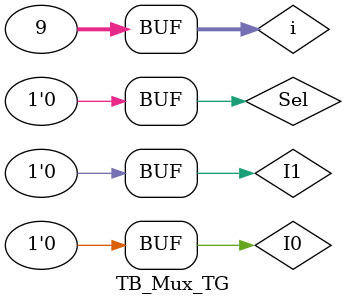
<source format=v>
`timescale 1ns / 1ps

module TB_Mux_TG();
reg I0, I1, Sel;
wire y_out;
integer i;
Mux_Transm_Gate dut(I0,I1,Sel,y_out);
initial begin
    {I0, I1, Sel} = 0;
end
initial begin
    for(i=0; i<=8; i=i+1)
    begin 
        {I0, I1, Sel} = i;
    #10;
end
end
endmodule

</source>
